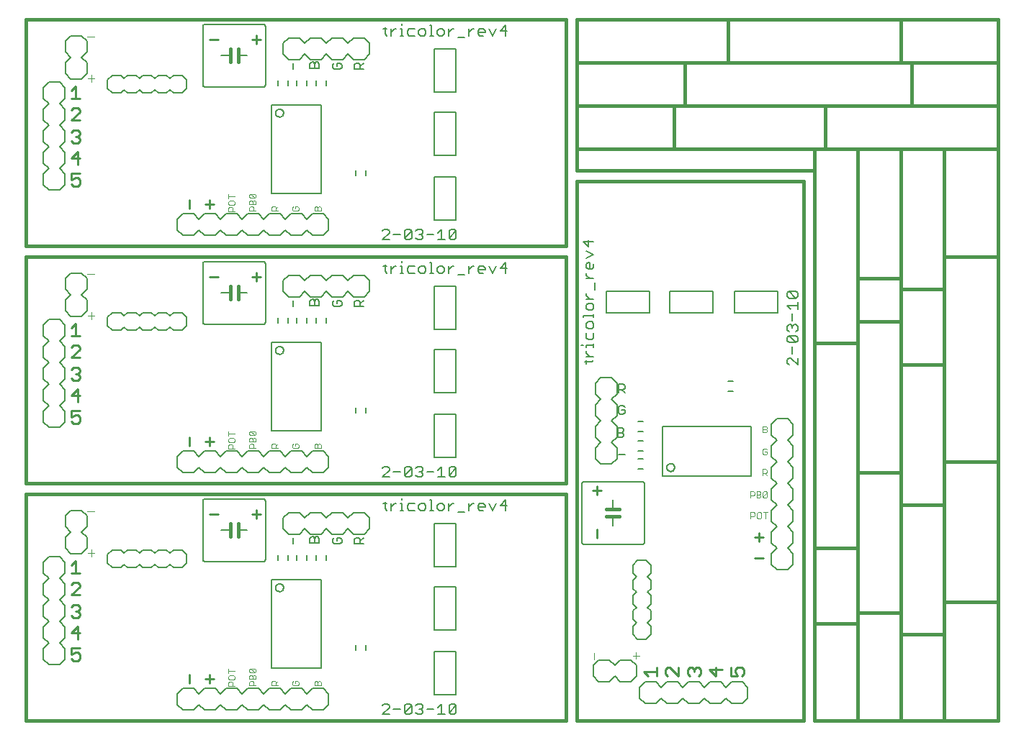
<source format=gto>
G75*
G70*
%OFA0B0*%
%FSLAX24Y24*%
%IPPOS*%
%LPD*%
%AMOC8*
5,1,8,0,0,1.08239X$1,22.5*
%
%ADD10C,0.0110*%
%ADD11C,0.0080*%
%ADD12C,0.0040*%
%ADD13C,0.0030*%
%ADD14C,0.0160*%
%ADD15C,0.0050*%
%ADD16C,0.0060*%
D10*
X002518Y003105D02*
X002419Y003204D01*
X002518Y003105D02*
X002715Y003105D01*
X002813Y003204D01*
X002813Y003400D01*
X002715Y003499D01*
X002616Y003499D01*
X002419Y003400D01*
X002419Y003696D01*
X002813Y003696D01*
X002715Y004105D02*
X002715Y004696D01*
X002419Y004400D01*
X002813Y004400D01*
X002715Y005105D02*
X002518Y005105D01*
X002419Y005204D01*
X002616Y005400D02*
X002715Y005400D01*
X002813Y005302D01*
X002813Y005204D01*
X002715Y005105D01*
X002715Y005400D02*
X002813Y005499D01*
X002813Y005597D01*
X002715Y005696D01*
X002518Y005696D01*
X002419Y005597D01*
X002419Y006155D02*
X002813Y006549D01*
X002813Y006647D01*
X002715Y006746D01*
X002518Y006746D01*
X002419Y006647D01*
X002419Y007155D02*
X002813Y007155D01*
X002616Y007155D02*
X002616Y007746D01*
X002419Y007549D01*
X002419Y006155D02*
X002813Y006155D01*
X007885Y002477D02*
X007885Y002083D01*
X008628Y002277D02*
X009022Y002277D01*
X008825Y002080D02*
X008825Y002474D01*
X008816Y009915D02*
X009210Y009915D01*
X010802Y009906D02*
X011196Y009906D01*
X010999Y010103D02*
X010999Y009709D01*
X008825Y013080D02*
X008825Y013474D01*
X008628Y013277D02*
X009022Y013277D01*
X007885Y013083D02*
X007885Y013477D01*
X002813Y014204D02*
X002715Y014105D01*
X002518Y014105D01*
X002419Y014204D01*
X002419Y014400D02*
X002616Y014499D01*
X002715Y014499D01*
X002813Y014400D01*
X002813Y014204D01*
X002419Y014400D02*
X002419Y014696D01*
X002813Y014696D01*
X002715Y015105D02*
X002715Y015696D01*
X002419Y015400D01*
X002813Y015400D01*
X002715Y016105D02*
X002518Y016105D01*
X002419Y016204D01*
X002616Y016400D02*
X002715Y016400D01*
X002813Y016302D01*
X002813Y016204D01*
X002715Y016105D01*
X002715Y016400D02*
X002813Y016499D01*
X002813Y016597D01*
X002715Y016696D01*
X002518Y016696D01*
X002419Y016597D01*
X002419Y017155D02*
X002813Y017549D01*
X002813Y017647D01*
X002715Y017746D01*
X002518Y017746D01*
X002419Y017647D01*
X002419Y018155D02*
X002813Y018155D01*
X002616Y018155D02*
X002616Y018746D01*
X002419Y018549D01*
X002419Y017155D02*
X002813Y017155D01*
X008816Y020915D02*
X009210Y020915D01*
X010802Y020906D02*
X011196Y020906D01*
X010999Y021103D02*
X010999Y020709D01*
X008825Y024080D02*
X008825Y024474D01*
X008628Y024277D02*
X009022Y024277D01*
X007885Y024083D02*
X007885Y024477D01*
X002813Y025204D02*
X002715Y025105D01*
X002518Y025105D01*
X002419Y025204D01*
X002419Y025400D02*
X002616Y025499D01*
X002715Y025499D01*
X002813Y025400D01*
X002813Y025204D01*
X002419Y025400D02*
X002419Y025696D01*
X002813Y025696D01*
X002715Y026105D02*
X002715Y026696D01*
X002419Y026400D01*
X002813Y026400D01*
X002715Y027105D02*
X002518Y027105D01*
X002419Y027204D01*
X002616Y027400D02*
X002715Y027400D01*
X002813Y027302D01*
X002813Y027204D01*
X002715Y027105D01*
X002715Y027400D02*
X002813Y027499D01*
X002813Y027597D01*
X002715Y027696D01*
X002518Y027696D01*
X002419Y027597D01*
X002419Y028155D02*
X002813Y028549D01*
X002813Y028647D01*
X002715Y028746D01*
X002518Y028746D01*
X002419Y028647D01*
X002419Y028155D02*
X002813Y028155D01*
X002813Y029155D02*
X002419Y029155D01*
X002616Y029155D02*
X002616Y029746D01*
X002419Y029549D01*
X008816Y031915D02*
X009210Y031915D01*
X010802Y031906D02*
X011196Y031906D01*
X010999Y032103D02*
X010999Y031709D01*
X026759Y011196D02*
X026759Y010802D01*
X026562Y010999D02*
X026956Y010999D01*
X026750Y009210D02*
X026750Y008816D01*
X034050Y008825D02*
X034444Y008825D01*
X034247Y008629D02*
X034247Y009022D01*
X034441Y007885D02*
X034047Y007885D01*
X033462Y002813D02*
X033560Y002715D01*
X033560Y002518D01*
X033462Y002419D01*
X033265Y002419D02*
X033166Y002616D01*
X033166Y002715D01*
X033265Y002813D01*
X033462Y002813D01*
X033265Y002419D02*
X032970Y002419D01*
X032970Y002813D01*
X032560Y002715D02*
X031970Y002715D01*
X032265Y002419D01*
X032265Y002813D01*
X031560Y002715D02*
X031560Y002518D01*
X031462Y002419D01*
X031265Y002616D02*
X031265Y002715D01*
X031363Y002813D01*
X031462Y002813D01*
X031560Y002715D01*
X031265Y002715D02*
X031166Y002813D01*
X031068Y002813D01*
X030970Y002715D01*
X030970Y002518D01*
X031068Y002419D01*
X030510Y002419D02*
X030510Y002813D01*
X030510Y002419D02*
X030116Y002813D01*
X030018Y002813D01*
X029920Y002715D01*
X029920Y002518D01*
X030018Y002419D01*
X029510Y002419D02*
X029510Y002813D01*
X029510Y002616D02*
X028920Y002616D01*
X029116Y002419D01*
D11*
X028983Y002133D02*
X028733Y001883D01*
X028733Y001383D01*
X028983Y001133D01*
X029483Y001133D01*
X029733Y001383D01*
X029983Y001133D01*
X030483Y001133D01*
X030733Y001383D01*
X030983Y001133D01*
X031483Y001133D01*
X031733Y001383D01*
X031983Y001133D01*
X032483Y001133D01*
X032733Y001383D01*
X032983Y001133D01*
X033483Y001133D01*
X033733Y001383D01*
X033733Y001883D01*
X033483Y002133D01*
X032983Y002133D01*
X032733Y001883D01*
X032483Y002133D01*
X031983Y002133D01*
X031733Y001883D01*
X031483Y002133D01*
X030983Y002133D01*
X030733Y001883D01*
X030483Y002133D01*
X029983Y002133D01*
X029733Y001883D01*
X029483Y002133D01*
X028983Y002133D01*
X028587Y002401D02*
X028587Y002901D01*
X028337Y003151D01*
X027837Y003151D01*
X027587Y002901D01*
X027337Y003151D01*
X026837Y003151D01*
X026587Y002901D01*
X026587Y002401D01*
X026837Y002151D01*
X027337Y002151D01*
X027587Y002401D01*
X027837Y002151D01*
X028337Y002151D01*
X028587Y002401D01*
X034833Y007583D02*
X035083Y007333D01*
X035583Y007333D01*
X035833Y007583D01*
X035833Y008083D01*
X035583Y008333D01*
X035833Y008583D01*
X035833Y009083D01*
X035583Y009333D01*
X035833Y009583D01*
X035833Y010083D01*
X035583Y010333D01*
X035833Y010583D01*
X035833Y011083D01*
X035583Y011333D01*
X035833Y011583D01*
X035833Y012083D01*
X035583Y012333D01*
X035833Y012583D01*
X035833Y013083D01*
X035583Y013333D01*
X035833Y013583D01*
X035833Y014083D01*
X035583Y014333D01*
X035083Y014333D01*
X034833Y014083D01*
X034833Y013583D01*
X035083Y013333D01*
X034833Y013083D01*
X034833Y012583D01*
X035083Y012333D01*
X034833Y012083D01*
X034833Y011583D01*
X035083Y011333D01*
X034833Y011083D01*
X034833Y010583D01*
X035083Y010333D01*
X034833Y010083D01*
X034833Y009583D01*
X035083Y009333D01*
X034833Y009083D01*
X034833Y008583D01*
X035083Y008333D01*
X034833Y008083D01*
X034833Y007583D01*
X028042Y012683D02*
X027762Y012683D01*
X027683Y012483D02*
X027433Y012233D01*
X026933Y012233D01*
X026683Y012483D01*
X026683Y012983D01*
X026933Y013233D01*
X026683Y013483D01*
X026683Y013983D01*
X026933Y014233D01*
X026683Y014483D01*
X026683Y014983D01*
X026933Y015233D01*
X026683Y015483D01*
X026683Y015983D01*
X026933Y016233D01*
X027433Y016233D01*
X027683Y015983D01*
X027683Y015483D01*
X027433Y015233D01*
X027683Y014983D01*
X027683Y014483D01*
X027433Y014233D01*
X027683Y013983D01*
X027683Y013483D01*
X027433Y013233D01*
X027683Y012983D01*
X027683Y012483D01*
X027712Y013473D02*
X027922Y013473D01*
X027992Y013543D01*
X027992Y013613D01*
X027922Y013683D01*
X027712Y013683D01*
X027712Y013473D02*
X027712Y013893D01*
X027922Y013893D01*
X027992Y013823D01*
X027992Y013753D01*
X027922Y013683D01*
X027972Y014523D02*
X028042Y014593D01*
X028042Y014733D01*
X027902Y014733D01*
X027762Y014873D02*
X027762Y014593D01*
X027832Y014523D01*
X027972Y014523D01*
X028042Y014873D02*
X027972Y014943D01*
X027832Y014943D01*
X027762Y014873D01*
X027762Y015523D02*
X027762Y015943D01*
X027972Y015943D01*
X028042Y015873D01*
X028042Y015733D01*
X027972Y015663D01*
X027762Y015663D01*
X027902Y015663D02*
X028042Y015523D01*
X026593Y017033D02*
X026513Y016953D01*
X026192Y016953D01*
X026272Y016873D02*
X026272Y017033D01*
X026272Y017216D02*
X026593Y017216D01*
X026432Y017216D02*
X026272Y017376D01*
X026272Y017457D01*
X026272Y017646D02*
X026272Y017726D01*
X026593Y017726D01*
X026593Y017646D02*
X026593Y017806D01*
X026513Y017990D02*
X026352Y017990D01*
X026272Y018070D01*
X026272Y018310D01*
X026352Y018505D02*
X026513Y018505D01*
X026593Y018585D01*
X026593Y018746D01*
X026513Y018826D01*
X026352Y018826D01*
X026272Y018746D01*
X026272Y018585D01*
X026352Y018505D01*
X026593Y018310D02*
X026593Y018070D01*
X026513Y017990D01*
X026112Y017726D02*
X026032Y017726D01*
X026112Y019021D02*
X026112Y019101D01*
X026593Y019101D01*
X026593Y019021D02*
X026593Y019181D01*
X026513Y019365D02*
X026593Y019445D01*
X026593Y019605D01*
X026513Y019685D01*
X026352Y019685D01*
X026272Y019605D01*
X026272Y019445D01*
X026352Y019365D01*
X026513Y019365D01*
X026593Y019880D02*
X026272Y019880D01*
X026432Y019880D02*
X026272Y020041D01*
X026272Y020121D01*
X026673Y020310D02*
X026673Y020630D01*
X026593Y020826D02*
X026272Y020826D01*
X026272Y020986D02*
X026272Y021066D01*
X026272Y020986D02*
X026432Y020826D01*
X026432Y021255D02*
X026432Y021576D01*
X026352Y021576D01*
X026272Y021496D01*
X026272Y021335D01*
X026352Y021255D01*
X026513Y021255D01*
X026593Y021335D01*
X026593Y021496D01*
X026272Y021771D02*
X026593Y021931D01*
X026272Y022091D01*
X026352Y022287D02*
X026352Y022607D01*
X026112Y022527D02*
X026352Y022287D01*
X026112Y022527D02*
X026593Y022527D01*
X022607Y021313D02*
X022287Y021313D01*
X022527Y021553D01*
X022527Y021073D01*
X022091Y021393D02*
X021931Y021073D01*
X021771Y021393D01*
X021576Y021313D02*
X021576Y021233D01*
X021255Y021233D01*
X021255Y021313D02*
X021335Y021393D01*
X021496Y021393D01*
X021576Y021313D01*
X021496Y021073D02*
X021335Y021073D01*
X021255Y021153D01*
X021255Y021313D01*
X021066Y021393D02*
X020986Y021393D01*
X020826Y021233D01*
X020826Y021073D02*
X020826Y021393D01*
X020630Y020993D02*
X020310Y020993D01*
X019880Y021073D02*
X019880Y021393D01*
X019880Y021233D02*
X020041Y021393D01*
X020121Y021393D01*
X019685Y021313D02*
X019685Y021153D01*
X019605Y021073D01*
X019445Y021073D01*
X019365Y021153D01*
X019365Y021313D01*
X019445Y021393D01*
X019605Y021393D01*
X019685Y021313D01*
X019181Y021073D02*
X019021Y021073D01*
X019101Y021073D02*
X019101Y021553D01*
X019021Y021553D01*
X018826Y021313D02*
X018746Y021393D01*
X018585Y021393D01*
X018505Y021313D01*
X018505Y021153D01*
X018585Y021073D01*
X018746Y021073D01*
X018826Y021153D01*
X018826Y021313D01*
X018310Y021393D02*
X018070Y021393D01*
X017990Y021313D01*
X017990Y021153D01*
X018070Y021073D01*
X018310Y021073D01*
X017806Y021073D02*
X017646Y021073D01*
X017726Y021073D02*
X017726Y021393D01*
X017646Y021393D01*
X017726Y021553D02*
X017726Y021633D01*
X017457Y021393D02*
X017376Y021393D01*
X017216Y021233D01*
X017216Y021073D02*
X017216Y021393D01*
X017033Y021393D02*
X016873Y021393D01*
X016953Y021473D02*
X016953Y021153D01*
X017033Y021073D01*
X016233Y020733D02*
X016233Y020233D01*
X015983Y019983D01*
X015483Y019983D01*
X015233Y020233D01*
X014983Y019983D01*
X014483Y019983D01*
X014233Y020233D01*
X013983Y019983D01*
X013483Y019983D01*
X013233Y020233D01*
X012983Y019983D01*
X012483Y019983D01*
X012233Y020233D01*
X012233Y020733D01*
X012483Y020983D01*
X012983Y020983D01*
X013233Y020733D01*
X013483Y020983D01*
X013983Y020983D01*
X014233Y020733D01*
X014483Y020983D01*
X014983Y020983D01*
X015233Y020733D01*
X015483Y020983D01*
X015983Y020983D01*
X016233Y020733D01*
X015943Y019803D02*
X015802Y019663D01*
X015802Y019733D02*
X015802Y019523D01*
X015943Y019523D02*
X015522Y019523D01*
X015522Y019733D01*
X015592Y019803D01*
X015732Y019803D01*
X015802Y019733D01*
X014943Y019733D02*
X014873Y019803D01*
X014732Y019803D01*
X014732Y019663D01*
X014592Y019803D02*
X014522Y019733D01*
X014522Y019593D01*
X014592Y019523D01*
X014873Y019523D01*
X014943Y019593D01*
X014943Y019733D01*
X013893Y019783D02*
X013893Y019573D01*
X013472Y019573D01*
X013472Y019783D01*
X013542Y019853D01*
X013612Y019853D01*
X013682Y019783D01*
X013682Y019573D01*
X013682Y019783D02*
X013752Y019853D01*
X013823Y019853D01*
X013893Y019783D01*
X012682Y019803D02*
X012682Y019523D01*
X016823Y022623D02*
X017143Y022943D01*
X017143Y023023D01*
X017063Y023103D01*
X016903Y023103D01*
X016823Y023023D01*
X016823Y022623D02*
X017143Y022623D01*
X017338Y022863D02*
X017658Y022863D01*
X017854Y022703D02*
X017854Y023023D01*
X017934Y023103D01*
X018094Y023103D01*
X018174Y023023D01*
X017854Y022703D01*
X017934Y022623D01*
X018094Y022623D01*
X018174Y022703D01*
X018174Y023023D01*
X018369Y023023D02*
X018450Y023103D01*
X018610Y023103D01*
X018690Y023023D01*
X018690Y022943D01*
X018610Y022863D01*
X018690Y022783D01*
X018690Y022703D01*
X018610Y022623D01*
X018450Y022623D01*
X018369Y022703D01*
X018530Y022863D02*
X018610Y022863D01*
X018885Y022863D02*
X019205Y022863D01*
X019401Y022943D02*
X019561Y023103D01*
X019561Y022623D01*
X019401Y022623D02*
X019721Y022623D01*
X019916Y022703D02*
X020237Y023023D01*
X020237Y022703D01*
X020157Y022623D01*
X019996Y022623D01*
X019916Y022703D01*
X019916Y023023D01*
X019996Y023103D01*
X020157Y023103D01*
X020237Y023023D01*
X014333Y023083D02*
X014333Y023583D01*
X014083Y023833D01*
X013583Y023833D01*
X013333Y023583D01*
X013083Y023833D01*
X012583Y023833D01*
X012333Y023583D01*
X012083Y023833D01*
X011583Y023833D01*
X011333Y023583D01*
X011083Y023833D01*
X010583Y023833D01*
X010333Y023583D01*
X010083Y023833D01*
X009583Y023833D01*
X009333Y023583D01*
X009083Y023833D01*
X008583Y023833D01*
X008333Y023583D01*
X008083Y023833D01*
X007583Y023833D01*
X007333Y023583D01*
X007333Y023083D01*
X007583Y022833D01*
X008083Y022833D01*
X008333Y023083D01*
X008583Y022833D01*
X009083Y022833D01*
X009333Y023083D01*
X009583Y022833D01*
X010083Y022833D01*
X010333Y023083D01*
X010583Y022833D01*
X011083Y022833D01*
X011333Y023083D01*
X011583Y022833D01*
X012083Y022833D01*
X012333Y023083D01*
X012583Y022833D01*
X013083Y022833D01*
X013333Y023083D01*
X013583Y022833D01*
X014083Y022833D01*
X014333Y023083D01*
X014592Y030523D02*
X014522Y030593D01*
X014522Y030733D01*
X014592Y030803D01*
X014732Y030803D02*
X014732Y030663D01*
X014732Y030803D02*
X014873Y030803D01*
X014943Y030733D01*
X014943Y030593D01*
X014873Y030523D01*
X014592Y030523D01*
X014483Y030983D02*
X014233Y031233D01*
X013983Y030983D01*
X013483Y030983D01*
X013233Y031233D01*
X012983Y030983D01*
X012483Y030983D01*
X012233Y031233D01*
X012233Y031733D01*
X012483Y031983D01*
X012983Y031983D01*
X013233Y031733D01*
X013483Y031983D01*
X013983Y031983D01*
X014233Y031733D01*
X014483Y031983D01*
X014983Y031983D01*
X015233Y031733D01*
X015483Y031983D01*
X015983Y031983D01*
X016233Y031733D01*
X016233Y031233D01*
X015983Y030983D01*
X015483Y030983D01*
X015233Y031233D01*
X014983Y030983D01*
X014483Y030983D01*
X013893Y030783D02*
X013893Y030573D01*
X013472Y030573D01*
X013472Y030783D01*
X013542Y030853D01*
X013612Y030853D01*
X013682Y030783D01*
X013682Y030573D01*
X013682Y030783D02*
X013752Y030853D01*
X013823Y030853D01*
X013893Y030783D01*
X012682Y030803D02*
X012682Y030523D01*
X015522Y030523D02*
X015522Y030733D01*
X015592Y030803D01*
X015732Y030803D01*
X015802Y030733D01*
X015802Y030523D01*
X015802Y030663D02*
X015943Y030803D01*
X015943Y030523D02*
X015522Y030523D01*
X017033Y032073D02*
X016953Y032153D01*
X016953Y032473D01*
X016873Y032393D02*
X017033Y032393D01*
X017216Y032393D02*
X017216Y032073D01*
X017216Y032233D02*
X017376Y032393D01*
X017457Y032393D01*
X017646Y032393D02*
X017726Y032393D01*
X017726Y032073D01*
X017646Y032073D02*
X017806Y032073D01*
X017990Y032153D02*
X018070Y032073D01*
X018310Y032073D01*
X018505Y032153D02*
X018585Y032073D01*
X018746Y032073D01*
X018826Y032153D01*
X018826Y032313D01*
X018746Y032393D01*
X018585Y032393D01*
X018505Y032313D01*
X018505Y032153D01*
X018310Y032393D02*
X018070Y032393D01*
X017990Y032313D01*
X017990Y032153D01*
X017726Y032553D02*
X017726Y032633D01*
X019021Y032553D02*
X019101Y032553D01*
X019101Y032073D01*
X019021Y032073D02*
X019181Y032073D01*
X019365Y032153D02*
X019445Y032073D01*
X019605Y032073D01*
X019685Y032153D01*
X019685Y032313D01*
X019605Y032393D01*
X019445Y032393D01*
X019365Y032313D01*
X019365Y032153D01*
X019880Y032233D02*
X020041Y032393D01*
X020121Y032393D01*
X019880Y032393D02*
X019880Y032073D01*
X020310Y031993D02*
X020630Y031993D01*
X020826Y032073D02*
X020826Y032393D01*
X020826Y032233D02*
X020986Y032393D01*
X021066Y032393D01*
X021255Y032313D02*
X021335Y032393D01*
X021496Y032393D01*
X021576Y032313D01*
X021576Y032233D01*
X021255Y032233D01*
X021255Y032153D02*
X021255Y032313D01*
X021255Y032153D02*
X021335Y032073D01*
X021496Y032073D01*
X021771Y032393D02*
X021931Y032073D01*
X022091Y032393D01*
X022287Y032313D02*
X022607Y032313D01*
X022527Y032073D02*
X022527Y032553D01*
X022287Y032313D01*
X035562Y020157D02*
X035642Y020237D01*
X035963Y019916D01*
X036043Y019996D01*
X036043Y020157D01*
X035963Y020237D01*
X035642Y020237D01*
X035562Y020157D02*
X035562Y019996D01*
X035642Y019916D01*
X035963Y019916D01*
X036043Y019721D02*
X036043Y019401D01*
X036043Y019561D02*
X035562Y019561D01*
X035722Y019401D01*
X035802Y019205D02*
X035802Y018885D01*
X035722Y018690D02*
X035802Y018610D01*
X035882Y018690D01*
X035963Y018690D01*
X036043Y018610D01*
X036043Y018450D01*
X035963Y018369D01*
X035963Y018174D02*
X035642Y018174D01*
X035963Y017854D01*
X036043Y017934D01*
X036043Y018094D01*
X035963Y018174D01*
X035963Y017854D02*
X035642Y017854D01*
X035562Y017934D01*
X035562Y018094D01*
X035642Y018174D01*
X035642Y018369D02*
X035562Y018450D01*
X035562Y018610D01*
X035642Y018690D01*
X035722Y018690D01*
X035802Y018610D02*
X035802Y018530D01*
X035802Y017658D02*
X035802Y017338D01*
X035722Y017143D02*
X035642Y017143D01*
X035562Y017063D01*
X035562Y016903D01*
X035642Y016823D01*
X035722Y017143D02*
X036043Y016823D01*
X036043Y017143D01*
X022527Y010553D02*
X022527Y010073D01*
X022607Y010313D02*
X022287Y010313D01*
X022527Y010553D01*
X022091Y010393D02*
X021931Y010073D01*
X021771Y010393D01*
X021576Y010313D02*
X021576Y010233D01*
X021255Y010233D01*
X021255Y010153D02*
X021255Y010313D01*
X021335Y010393D01*
X021496Y010393D01*
X021576Y010313D01*
X021496Y010073D02*
X021335Y010073D01*
X021255Y010153D01*
X021066Y010393D02*
X020986Y010393D01*
X020826Y010233D01*
X020826Y010073D02*
X020826Y010393D01*
X020630Y009993D02*
X020310Y009993D01*
X019880Y010073D02*
X019880Y010393D01*
X019880Y010233D02*
X020041Y010393D01*
X020121Y010393D01*
X019685Y010313D02*
X019685Y010153D01*
X019605Y010073D01*
X019445Y010073D01*
X019365Y010153D01*
X019365Y010313D01*
X019445Y010393D01*
X019605Y010393D01*
X019685Y010313D01*
X019181Y010073D02*
X019021Y010073D01*
X019101Y010073D02*
X019101Y010553D01*
X019021Y010553D01*
X018826Y010313D02*
X018746Y010393D01*
X018585Y010393D01*
X018505Y010313D01*
X018505Y010153D01*
X018585Y010073D01*
X018746Y010073D01*
X018826Y010153D01*
X018826Y010313D01*
X018310Y010393D02*
X018070Y010393D01*
X017990Y010313D01*
X017990Y010153D01*
X018070Y010073D01*
X018310Y010073D01*
X017806Y010073D02*
X017646Y010073D01*
X017726Y010073D02*
X017726Y010393D01*
X017646Y010393D01*
X017726Y010553D02*
X017726Y010633D01*
X017457Y010393D02*
X017376Y010393D01*
X017216Y010233D01*
X017216Y010073D02*
X017216Y010393D01*
X017033Y010393D02*
X016873Y010393D01*
X016953Y010473D02*
X016953Y010153D01*
X017033Y010073D01*
X016233Y009733D02*
X015983Y009983D01*
X015483Y009983D01*
X015233Y009733D01*
X014983Y009983D01*
X014483Y009983D01*
X014233Y009733D01*
X013983Y009983D01*
X013483Y009983D01*
X013233Y009733D01*
X012983Y009983D01*
X012483Y009983D01*
X012233Y009733D01*
X012233Y009233D01*
X012483Y008983D01*
X012983Y008983D01*
X013233Y009233D01*
X013483Y008983D01*
X013983Y008983D01*
X014233Y009233D01*
X014483Y008983D01*
X014983Y008983D01*
X015233Y009233D01*
X015483Y008983D01*
X015983Y008983D01*
X016233Y009233D01*
X016233Y009733D01*
X015943Y008803D02*
X015802Y008663D01*
X015802Y008733D02*
X015802Y008523D01*
X015943Y008523D02*
X015522Y008523D01*
X015522Y008733D01*
X015592Y008803D01*
X015732Y008803D01*
X015802Y008733D01*
X014943Y008733D02*
X014943Y008593D01*
X014873Y008523D01*
X014592Y008523D01*
X014522Y008593D01*
X014522Y008733D01*
X014592Y008803D01*
X014732Y008803D02*
X014732Y008663D01*
X014732Y008803D02*
X014873Y008803D01*
X014943Y008733D01*
X013893Y008783D02*
X013893Y008573D01*
X013472Y008573D01*
X013472Y008783D01*
X013542Y008853D01*
X013612Y008853D01*
X013682Y008783D01*
X013682Y008573D01*
X013682Y008783D02*
X013752Y008853D01*
X013823Y008853D01*
X013893Y008783D01*
X012682Y008803D02*
X012682Y008523D01*
X012583Y011833D02*
X012333Y012083D01*
X012083Y011833D01*
X011583Y011833D01*
X011333Y012083D01*
X011083Y011833D01*
X010583Y011833D01*
X010333Y012083D01*
X010083Y011833D01*
X009583Y011833D01*
X009333Y012083D01*
X009083Y011833D01*
X008583Y011833D01*
X008333Y012083D01*
X008083Y011833D01*
X007583Y011833D01*
X007333Y012083D01*
X007333Y012583D01*
X007583Y012833D01*
X008083Y012833D01*
X008333Y012583D01*
X008583Y012833D01*
X009083Y012833D01*
X009333Y012583D01*
X009583Y012833D01*
X010083Y012833D01*
X010333Y012583D01*
X010583Y012833D01*
X011083Y012833D01*
X011333Y012583D01*
X011583Y012833D01*
X012083Y012833D01*
X012333Y012583D01*
X012583Y012833D01*
X013083Y012833D01*
X013333Y012583D01*
X013583Y012833D01*
X014083Y012833D01*
X014333Y012583D01*
X014333Y012083D01*
X014083Y011833D01*
X013583Y011833D01*
X013333Y012083D01*
X013083Y011833D01*
X012583Y011833D01*
X016823Y012023D02*
X016903Y012103D01*
X017063Y012103D01*
X017143Y012023D01*
X017143Y011943D01*
X016823Y011623D01*
X017143Y011623D01*
X017338Y011863D02*
X017658Y011863D01*
X017854Y012023D02*
X017934Y012103D01*
X018094Y012103D01*
X018174Y012023D01*
X017854Y011703D01*
X017934Y011623D01*
X018094Y011623D01*
X018174Y011703D01*
X018174Y012023D01*
X018369Y012023D02*
X018450Y012103D01*
X018610Y012103D01*
X018690Y012023D01*
X018690Y011943D01*
X018610Y011863D01*
X018690Y011783D01*
X018690Y011703D01*
X018610Y011623D01*
X018450Y011623D01*
X018369Y011703D01*
X018530Y011863D02*
X018610Y011863D01*
X018885Y011863D02*
X019205Y011863D01*
X019401Y011943D02*
X019561Y012103D01*
X019561Y011623D01*
X019401Y011623D02*
X019721Y011623D01*
X019916Y011703D02*
X020237Y012023D01*
X020237Y011703D01*
X020157Y011623D01*
X019996Y011623D01*
X019916Y011703D01*
X019916Y012023D01*
X019996Y012103D01*
X020157Y012103D01*
X020237Y012023D01*
X017854Y012023D02*
X017854Y011703D01*
X014083Y001833D02*
X013583Y001833D01*
X013333Y001583D01*
X013083Y001833D01*
X012583Y001833D01*
X012333Y001583D01*
X012083Y001833D01*
X011583Y001833D01*
X011333Y001583D01*
X011083Y001833D01*
X010583Y001833D01*
X010333Y001583D01*
X010083Y001833D01*
X009583Y001833D01*
X009333Y001583D01*
X009083Y001833D01*
X008583Y001833D01*
X008333Y001583D01*
X008083Y001833D01*
X007583Y001833D01*
X007333Y001583D01*
X007333Y001083D01*
X007583Y000833D01*
X008083Y000833D01*
X008333Y001083D01*
X008583Y000833D01*
X009083Y000833D01*
X009333Y001083D01*
X009583Y000833D01*
X010083Y000833D01*
X010333Y001083D01*
X010583Y000833D01*
X011083Y000833D01*
X011333Y001083D01*
X011583Y000833D01*
X012083Y000833D01*
X012333Y001083D01*
X012583Y000833D01*
X013083Y000833D01*
X013333Y001083D01*
X013583Y000833D01*
X014083Y000833D01*
X014333Y001083D01*
X014333Y001583D01*
X014083Y001833D01*
X016823Y001023D02*
X016903Y001103D01*
X017063Y001103D01*
X017143Y001023D01*
X017143Y000943D01*
X016823Y000623D01*
X017143Y000623D01*
X017338Y000863D02*
X017658Y000863D01*
X017854Y001023D02*
X017934Y001103D01*
X018094Y001103D01*
X018174Y001023D01*
X017854Y000703D01*
X017934Y000623D01*
X018094Y000623D01*
X018174Y000703D01*
X018174Y001023D01*
X018369Y001023D02*
X018450Y001103D01*
X018610Y001103D01*
X018690Y001023D01*
X018690Y000943D01*
X018610Y000863D01*
X018690Y000783D01*
X018690Y000703D01*
X018610Y000623D01*
X018450Y000623D01*
X018369Y000703D01*
X018530Y000863D02*
X018610Y000863D01*
X018885Y000863D02*
X019205Y000863D01*
X019401Y000943D02*
X019561Y001103D01*
X019561Y000623D01*
X019401Y000623D02*
X019721Y000623D01*
X019916Y000703D02*
X019996Y000623D01*
X020157Y000623D01*
X020237Y000703D01*
X020237Y001023D01*
X019916Y000703D01*
X019916Y001023D01*
X019996Y001103D01*
X020157Y001103D01*
X020237Y001023D01*
X017854Y001023D02*
X017854Y000703D01*
X003151Y008329D02*
X002901Y008079D01*
X002401Y008079D01*
X002151Y008329D01*
X002151Y008829D01*
X002401Y009079D01*
X002151Y009329D01*
X002151Y009829D01*
X002401Y010079D01*
X002901Y010079D01*
X003151Y009829D01*
X003151Y009329D01*
X002901Y009079D01*
X003151Y008829D01*
X003151Y008329D01*
X002133Y007683D02*
X001883Y007933D01*
X001383Y007933D01*
X001133Y007683D01*
X001133Y007183D01*
X001383Y006933D01*
X001133Y006683D01*
X001133Y006183D01*
X001383Y005933D01*
X001133Y005683D01*
X001133Y005183D01*
X001383Y004933D01*
X001133Y004683D01*
X001133Y004183D01*
X001383Y003933D01*
X001133Y003683D01*
X001133Y003183D01*
X001383Y002933D01*
X001883Y002933D01*
X002133Y003183D01*
X002133Y003683D01*
X001883Y003933D01*
X002133Y004183D01*
X002133Y004683D01*
X001883Y004933D01*
X002133Y005183D01*
X002133Y005683D01*
X001883Y005933D01*
X002133Y006183D01*
X002133Y006683D01*
X001883Y006933D01*
X002133Y007183D01*
X002133Y007683D01*
X001883Y013933D02*
X001383Y013933D01*
X001133Y014183D01*
X001133Y014683D01*
X001383Y014933D01*
X001133Y015183D01*
X001133Y015683D01*
X001383Y015933D01*
X001133Y016183D01*
X001133Y016683D01*
X001383Y016933D01*
X001133Y017183D01*
X001133Y017683D01*
X001383Y017933D01*
X001133Y018183D01*
X001133Y018683D01*
X001383Y018933D01*
X001883Y018933D01*
X002133Y018683D01*
X002133Y018183D01*
X001883Y017933D01*
X002133Y017683D01*
X002133Y017183D01*
X001883Y016933D01*
X002133Y016683D01*
X002133Y016183D01*
X001883Y015933D01*
X002133Y015683D01*
X002133Y015183D01*
X001883Y014933D01*
X002133Y014683D01*
X002133Y014183D01*
X001883Y013933D01*
X002401Y019079D02*
X002901Y019079D01*
X003151Y019329D01*
X003151Y019829D01*
X002901Y020079D01*
X003151Y020329D01*
X003151Y020829D01*
X002901Y021079D01*
X002401Y021079D01*
X002151Y020829D01*
X002151Y020329D01*
X002401Y020079D01*
X002151Y019829D01*
X002151Y019329D01*
X002401Y019079D01*
X001883Y024933D02*
X001383Y024933D01*
X001133Y025183D01*
X001133Y025683D01*
X001383Y025933D01*
X001133Y026183D01*
X001133Y026683D01*
X001383Y026933D01*
X001133Y027183D01*
X001133Y027683D01*
X001383Y027933D01*
X001133Y028183D01*
X001133Y028683D01*
X001383Y028933D01*
X001133Y029183D01*
X001133Y029683D01*
X001383Y029933D01*
X001883Y029933D01*
X002133Y029683D01*
X002133Y029183D01*
X001883Y028933D01*
X002133Y028683D01*
X002133Y028183D01*
X001883Y027933D01*
X002133Y027683D01*
X002133Y027183D01*
X001883Y026933D01*
X002133Y026683D01*
X002133Y026183D01*
X001883Y025933D01*
X002133Y025683D01*
X002133Y025183D01*
X001883Y024933D01*
X002401Y030079D02*
X002901Y030079D01*
X003151Y030329D01*
X003151Y030829D01*
X002901Y031079D01*
X003151Y031329D01*
X003151Y031829D01*
X002901Y032079D01*
X002401Y032079D01*
X002151Y031829D01*
X002151Y031329D01*
X002401Y031079D01*
X002151Y030829D01*
X002151Y030329D01*
X002401Y030079D01*
D12*
X003194Y030099D02*
X003500Y030099D01*
X003347Y029946D02*
X003347Y030253D01*
X003480Y032052D02*
X003173Y032052D01*
X003173Y021052D02*
X003480Y021052D01*
X003347Y019253D02*
X003347Y018946D01*
X003194Y019099D02*
X003500Y019099D01*
X003480Y010052D02*
X003173Y010052D01*
X003347Y008253D02*
X003347Y007946D01*
X003194Y008099D02*
X003500Y008099D01*
X026613Y003480D02*
X026613Y003173D01*
X028412Y003347D02*
X028719Y003347D01*
X028566Y003194D02*
X028566Y003500D01*
D13*
X033869Y009699D02*
X033869Y009989D01*
X034014Y009989D01*
X034062Y009941D01*
X034062Y009844D01*
X034014Y009795D01*
X033869Y009795D01*
X034163Y009747D02*
X034163Y009941D01*
X034212Y009989D01*
X034308Y009989D01*
X034357Y009941D01*
X034357Y009747D01*
X034308Y009699D01*
X034212Y009699D01*
X034163Y009747D01*
X034458Y009989D02*
X034651Y009989D01*
X034555Y009989D02*
X034555Y009699D01*
X034582Y010671D02*
X034486Y010671D01*
X034437Y010719D01*
X034631Y010913D01*
X034631Y010719D01*
X034582Y010671D01*
X034437Y010719D02*
X034437Y010913D01*
X034486Y010961D01*
X034582Y010961D01*
X034631Y010913D01*
X034336Y010913D02*
X034336Y010864D01*
X034288Y010816D01*
X034143Y010816D01*
X034041Y010816D02*
X034041Y010913D01*
X033993Y010961D01*
X033848Y010961D01*
X033848Y010671D01*
X033848Y010767D02*
X033993Y010767D01*
X034041Y010816D01*
X034143Y010961D02*
X034288Y010961D01*
X034336Y010913D01*
X034288Y010816D02*
X034336Y010767D01*
X034336Y010719D01*
X034288Y010671D01*
X034143Y010671D01*
X034143Y010961D01*
X034417Y011705D02*
X034417Y011995D01*
X034562Y011995D01*
X034610Y011947D01*
X034610Y011850D01*
X034562Y011802D01*
X034417Y011802D01*
X034513Y011802D02*
X034610Y011705D01*
X034582Y012657D02*
X034631Y012705D01*
X034631Y012802D01*
X034534Y012802D01*
X034631Y012802D01*
X034631Y012705D01*
X034582Y012657D01*
X034486Y012657D01*
X034437Y012705D01*
X034437Y012898D01*
X034486Y012947D01*
X034582Y012947D01*
X034631Y012898D01*
X034582Y012947D01*
X034486Y012947D01*
X034437Y012898D01*
X034437Y012705D01*
X034486Y012657D01*
X034582Y012657D01*
X034582Y013691D02*
X034437Y013691D01*
X034437Y013981D01*
X034582Y013981D01*
X034631Y013933D01*
X034631Y013884D01*
X034582Y013836D01*
X034437Y013836D01*
X034582Y013836D02*
X034631Y013788D01*
X034631Y013739D01*
X034582Y013691D01*
X013981Y013108D02*
X013981Y012963D01*
X013691Y012963D01*
X013691Y013108D01*
X013739Y013157D01*
X013787Y013157D01*
X013836Y013108D01*
X013836Y012963D01*
X013836Y013108D02*
X013884Y013157D01*
X013932Y013157D01*
X013981Y013108D01*
X012947Y013108D02*
X012898Y013157D01*
X012801Y013157D01*
X012801Y013060D01*
X012801Y013157D01*
X012898Y013157D01*
X012947Y013108D01*
X012947Y013012D01*
X012898Y012963D01*
X012705Y012963D01*
X012656Y013012D01*
X012656Y013108D01*
X012705Y013157D01*
X012656Y013108D01*
X012656Y013012D01*
X012705Y012963D01*
X012898Y012963D01*
X012947Y013012D01*
X012947Y013108D01*
X011995Y013177D02*
X011898Y013081D01*
X011898Y013129D02*
X011898Y012984D01*
X011995Y012984D02*
X011705Y012984D01*
X011705Y013129D01*
X011753Y013177D01*
X011850Y013177D01*
X011898Y013129D01*
X010961Y013258D02*
X010961Y013403D01*
X010912Y013451D01*
X010864Y013451D01*
X010816Y013403D01*
X010816Y013258D01*
X010816Y013157D02*
X010864Y013108D01*
X010864Y012963D01*
X010961Y012963D02*
X010670Y012963D01*
X010670Y013108D01*
X010719Y013157D01*
X010816Y013157D01*
X010961Y013258D02*
X010670Y013258D01*
X010670Y013403D01*
X010719Y013451D01*
X010767Y013451D01*
X010816Y013403D01*
X010912Y013553D02*
X010719Y013746D01*
X010912Y013746D01*
X010961Y013698D01*
X010961Y013601D01*
X010912Y013553D01*
X010719Y013553D01*
X010670Y013601D01*
X010670Y013698D01*
X010719Y013746D01*
X009989Y013629D02*
X009698Y013629D01*
X009698Y013725D02*
X009698Y013532D01*
X009747Y013431D02*
X009698Y013382D01*
X009698Y013286D01*
X009747Y013237D01*
X009940Y013237D01*
X009989Y013286D01*
X009989Y013382D01*
X009940Y013431D01*
X009747Y013431D01*
X009747Y013136D02*
X009844Y013136D01*
X009892Y013088D01*
X009892Y012943D01*
X009989Y012943D02*
X009698Y012943D01*
X009698Y013088D01*
X009747Y013136D01*
X009698Y002725D02*
X009698Y002532D01*
X009698Y002629D02*
X009989Y002629D01*
X009940Y002431D02*
X009747Y002431D01*
X009698Y002382D01*
X009698Y002286D01*
X009747Y002237D01*
X009940Y002237D01*
X009989Y002286D01*
X009989Y002382D01*
X009940Y002431D01*
X009844Y002136D02*
X009892Y002088D01*
X009892Y001943D01*
X009989Y001943D02*
X009698Y001943D01*
X009698Y002088D01*
X009747Y002136D01*
X009844Y002136D01*
X010670Y002108D02*
X010670Y001963D01*
X010961Y001963D01*
X010864Y001963D02*
X010864Y002108D01*
X010816Y002157D01*
X010719Y002157D01*
X010670Y002108D01*
X010670Y002258D02*
X010670Y002403D01*
X010719Y002451D01*
X010767Y002451D01*
X010816Y002403D01*
X010816Y002258D01*
X010961Y002258D02*
X010670Y002258D01*
X010816Y002403D02*
X010864Y002451D01*
X010912Y002451D01*
X010961Y002403D01*
X010961Y002258D01*
X010912Y002553D02*
X010719Y002746D01*
X010912Y002746D01*
X010961Y002698D01*
X010961Y002601D01*
X010912Y002553D01*
X010719Y002553D01*
X010670Y002601D01*
X010670Y002698D01*
X010719Y002746D01*
X011705Y002129D02*
X011753Y002177D01*
X011850Y002177D01*
X011898Y002129D01*
X011898Y001984D01*
X011898Y002081D02*
X011995Y002177D01*
X011995Y001984D02*
X011705Y001984D01*
X011705Y002129D01*
X012656Y002108D02*
X012656Y002012D01*
X012705Y001963D01*
X012898Y001963D01*
X012947Y002012D01*
X012947Y002108D01*
X012898Y002157D01*
X012801Y002157D01*
X012801Y002060D01*
X012801Y002157D01*
X012898Y002157D01*
X012947Y002108D01*
X012947Y002012D01*
X012898Y001963D01*
X012705Y001963D01*
X012656Y002012D01*
X012656Y002108D01*
X012705Y002157D01*
X012656Y002108D01*
X013691Y002108D02*
X013691Y001963D01*
X013981Y001963D01*
X013981Y002108D01*
X013932Y002157D01*
X013884Y002157D01*
X013836Y002108D01*
X013836Y001963D01*
X013836Y002108D02*
X013787Y002157D01*
X013739Y002157D01*
X013691Y002108D01*
X013691Y023963D02*
X013691Y024108D01*
X013739Y024157D01*
X013787Y024157D01*
X013836Y024108D01*
X013836Y023963D01*
X013981Y023963D02*
X013981Y024108D01*
X013932Y024157D01*
X013884Y024157D01*
X013836Y024108D01*
X013981Y023963D02*
X013691Y023963D01*
X012947Y024012D02*
X012947Y024108D01*
X012898Y024157D01*
X012801Y024157D01*
X012801Y024060D01*
X012801Y024157D01*
X012898Y024157D01*
X012947Y024108D01*
X012947Y024012D01*
X012898Y023963D01*
X012705Y023963D01*
X012656Y024012D01*
X012656Y024108D01*
X012705Y024157D01*
X012656Y024108D01*
X012656Y024012D01*
X012705Y023963D01*
X012898Y023963D01*
X012947Y024012D01*
X011995Y023984D02*
X011705Y023984D01*
X011705Y024129D01*
X011753Y024177D01*
X011850Y024177D01*
X011898Y024129D01*
X011898Y023984D01*
X011898Y024081D02*
X011995Y024177D01*
X010961Y024258D02*
X010961Y024403D01*
X010912Y024451D01*
X010864Y024451D01*
X010816Y024403D01*
X010816Y024258D01*
X010816Y024157D02*
X010864Y024108D01*
X010864Y023963D01*
X010961Y023963D02*
X010670Y023963D01*
X010670Y024108D01*
X010719Y024157D01*
X010816Y024157D01*
X010961Y024258D02*
X010670Y024258D01*
X010670Y024403D01*
X010719Y024451D01*
X010767Y024451D01*
X010816Y024403D01*
X010912Y024553D02*
X010719Y024746D01*
X010912Y024746D01*
X010961Y024698D01*
X010961Y024601D01*
X010912Y024553D01*
X010719Y024553D01*
X010670Y024601D01*
X010670Y024698D01*
X010719Y024746D01*
X009989Y024629D02*
X009698Y024629D01*
X009698Y024725D02*
X009698Y024532D01*
X009747Y024431D02*
X009698Y024382D01*
X009698Y024286D01*
X009747Y024237D01*
X009940Y024237D01*
X009989Y024286D01*
X009989Y024382D01*
X009940Y024431D01*
X009747Y024431D01*
X009747Y024136D02*
X009844Y024136D01*
X009892Y024088D01*
X009892Y023943D01*
X009989Y023943D02*
X009698Y023943D01*
X009698Y024088D01*
X009747Y024136D01*
D14*
X000333Y010833D02*
X000333Y000333D01*
X025333Y000333D01*
X025333Y010833D01*
X000333Y010833D01*
X000333Y011333D02*
X025333Y011333D01*
X025333Y021833D01*
X000333Y021833D01*
X000333Y011333D01*
X009791Y009463D02*
X009791Y009163D01*
X009791Y008863D01*
X010141Y008863D02*
X010141Y009163D01*
X010141Y009463D01*
X010141Y019863D02*
X010141Y020163D01*
X010141Y020463D01*
X009791Y020463D02*
X009791Y020163D01*
X009791Y019863D01*
X000333Y022333D02*
X000333Y032833D01*
X025333Y032833D01*
X025333Y022333D01*
X000333Y022333D01*
X009791Y030863D02*
X009791Y031163D01*
X009791Y031463D01*
X010141Y031463D02*
X010141Y031163D01*
X010141Y030863D01*
X025833Y030833D02*
X025833Y032833D01*
X032833Y032833D01*
X032833Y030833D01*
X040833Y030833D01*
X041333Y030833D01*
X041333Y028833D01*
X045333Y028833D01*
X045333Y028333D01*
X045333Y026833D01*
X042833Y026833D01*
X042833Y021833D01*
X045333Y021833D01*
X045333Y012333D01*
X042833Y012333D01*
X042833Y016833D01*
X040833Y016833D01*
X040833Y011833D01*
X038833Y011833D01*
X038833Y017833D01*
X036833Y017833D01*
X036833Y025833D01*
X036833Y026833D01*
X038833Y026833D01*
X038833Y020833D01*
X040833Y020833D01*
X040833Y020333D01*
X042833Y020333D01*
X042833Y021833D01*
X042833Y020333D02*
X042833Y016833D01*
X040833Y016833D02*
X040833Y018833D01*
X038833Y018833D01*
X038833Y020833D01*
X040833Y020833D02*
X040833Y026833D01*
X042833Y026833D01*
X040833Y026833D02*
X038833Y026833D01*
X037333Y026833D01*
X037333Y028833D01*
X041333Y028833D01*
X041333Y030833D02*
X045333Y030833D01*
X045333Y028333D01*
X045333Y026833D02*
X045333Y021833D01*
X040833Y020333D02*
X040833Y018833D01*
X038833Y018833D02*
X038833Y017833D01*
X036833Y017833D02*
X036833Y008333D01*
X038833Y008333D01*
X038833Y011833D01*
X040833Y011833D02*
X040833Y010333D01*
X042833Y010333D01*
X042833Y012333D01*
X045333Y012333D02*
X045333Y005833D01*
X042833Y005833D01*
X042833Y010333D01*
X040833Y010333D02*
X040833Y005333D01*
X038833Y005333D01*
X038833Y008333D01*
X036833Y008333D02*
X036833Y004833D01*
X038833Y004833D01*
X038833Y005333D01*
X038833Y004833D02*
X038833Y000333D01*
X036833Y000333D01*
X036833Y004833D01*
X040833Y005333D02*
X040833Y004333D01*
X042833Y004333D01*
X042833Y005833D01*
X042833Y004333D02*
X042833Y000333D01*
X040833Y000333D01*
X040833Y004333D01*
X045333Y005833D02*
X045333Y000333D01*
X042833Y000333D01*
X040833Y000333D02*
X038833Y000333D01*
X036333Y000333D02*
X025833Y000333D01*
X025833Y025333D01*
X036333Y025333D01*
X036333Y000333D01*
X026333Y000333D02*
X025833Y000333D01*
X027202Y009791D02*
X027502Y009791D01*
X027802Y009791D01*
X027802Y010141D02*
X027502Y010141D01*
X027202Y010141D01*
X025833Y025833D02*
X025833Y026833D01*
X030333Y026833D01*
X030333Y028833D01*
X030833Y028833D01*
X030833Y030833D01*
X032833Y030833D01*
X030833Y030833D02*
X025833Y030833D01*
X025833Y028833D01*
X030333Y028833D01*
X030833Y028833D02*
X037333Y028833D01*
X037333Y026833D02*
X030333Y026833D01*
X025833Y026833D02*
X025833Y028833D01*
X025833Y025833D02*
X036833Y025833D01*
X040833Y030833D02*
X040833Y032833D01*
X045333Y032833D01*
X045333Y030833D01*
X040833Y032833D02*
X032833Y032833D01*
D15*
X020233Y031483D02*
X020233Y029483D01*
X019233Y029483D01*
X019233Y031483D01*
X020233Y031483D01*
X020233Y028533D02*
X019233Y028533D01*
X019233Y026533D01*
X020233Y026533D01*
X020233Y028533D01*
X020233Y025533D02*
X019233Y025533D01*
X019233Y023533D01*
X020233Y023533D01*
X020233Y025533D01*
X020233Y020483D02*
X019233Y020483D01*
X019233Y018483D01*
X020233Y018483D01*
X020233Y020483D01*
X020233Y017533D02*
X019233Y017533D01*
X019233Y015533D01*
X020233Y015533D01*
X020233Y017533D01*
X020233Y014533D02*
X019233Y014533D01*
X019233Y012533D01*
X020233Y012533D01*
X020233Y014533D01*
X020233Y009483D02*
X019233Y009483D01*
X019233Y007483D01*
X020233Y007483D01*
X020233Y009483D01*
X020233Y006533D02*
X019233Y006533D01*
X019233Y004533D01*
X020233Y004533D01*
X020233Y006533D01*
X020233Y003533D02*
X019233Y003533D01*
X019233Y001533D01*
X020233Y001533D01*
X020233Y003533D01*
X028419Y004320D02*
X028635Y004103D01*
X029029Y004103D01*
X029246Y004320D01*
X029246Y004713D01*
X029088Y004871D01*
X029246Y005028D01*
X029246Y005422D01*
X029088Y005579D01*
X029246Y005737D01*
X029246Y006131D01*
X029088Y006288D01*
X029246Y006446D01*
X029246Y006839D01*
X029088Y006997D01*
X029246Y007154D01*
X029246Y007548D01*
X029029Y007764D01*
X028635Y007764D01*
X028419Y007548D01*
X028419Y007154D01*
X028576Y006997D01*
X028419Y006839D01*
X028419Y006446D01*
X028576Y006288D01*
X028419Y006131D01*
X028419Y005737D01*
X028576Y005579D01*
X028419Y005422D01*
X028419Y005028D01*
X028576Y004871D01*
X028419Y004713D01*
X028419Y004320D01*
X029183Y019233D02*
X027183Y019233D01*
X027183Y020233D01*
X029183Y020233D01*
X029183Y019233D01*
X030133Y019233D02*
X030133Y020233D01*
X032133Y020233D01*
X032133Y019233D01*
X030133Y019233D01*
X033133Y019233D02*
X033133Y020233D01*
X035133Y020233D01*
X035133Y019233D01*
X033133Y019233D01*
X007764Y019030D02*
X007764Y018636D01*
X007548Y018420D01*
X007154Y018420D01*
X006997Y018577D01*
X006839Y018420D01*
X006446Y018420D01*
X006288Y018577D01*
X006131Y018420D01*
X005737Y018420D01*
X005579Y018577D01*
X005422Y018420D01*
X005028Y018420D01*
X004871Y018577D01*
X004713Y018420D01*
X004320Y018420D01*
X004103Y018636D01*
X004103Y019030D01*
X004320Y019246D01*
X004713Y019246D01*
X004871Y019089D01*
X005028Y019246D01*
X005422Y019246D01*
X005579Y019089D01*
X005737Y019246D01*
X006131Y019246D01*
X006288Y019089D01*
X006446Y019246D01*
X006839Y019246D01*
X006997Y019089D01*
X007154Y019246D01*
X007548Y019246D01*
X007764Y019030D01*
X007548Y029420D02*
X007154Y029420D01*
X006997Y029577D01*
X006839Y029420D01*
X006446Y029420D01*
X006288Y029577D01*
X006131Y029420D01*
X005737Y029420D01*
X005579Y029577D01*
X005422Y029420D01*
X005028Y029420D01*
X004871Y029577D01*
X004713Y029420D01*
X004320Y029420D01*
X004103Y029636D01*
X004103Y030030D01*
X004320Y030246D01*
X004713Y030246D01*
X004871Y030089D01*
X005028Y030246D01*
X005422Y030246D01*
X005579Y030089D01*
X005737Y030246D01*
X006131Y030246D01*
X006288Y030089D01*
X006446Y030246D01*
X006839Y030246D01*
X006997Y030089D01*
X007154Y030246D01*
X007548Y030246D01*
X007764Y030030D01*
X007764Y029636D01*
X007548Y029420D01*
X007548Y008246D02*
X007154Y008246D01*
X006997Y008089D01*
X006839Y008246D01*
X006446Y008246D01*
X006288Y008089D01*
X006131Y008246D01*
X005737Y008246D01*
X005579Y008089D01*
X005422Y008246D01*
X005028Y008246D01*
X004871Y008089D01*
X004713Y008246D01*
X004320Y008246D01*
X004103Y008030D01*
X004103Y007636D01*
X004320Y007420D01*
X004713Y007420D01*
X004871Y007577D01*
X005028Y007420D01*
X005422Y007420D01*
X005579Y007577D01*
X005737Y007420D01*
X006131Y007420D01*
X006288Y007577D01*
X006446Y007420D01*
X006839Y007420D01*
X006997Y007577D01*
X007154Y007420D01*
X007548Y007420D01*
X007764Y007636D01*
X007764Y008030D01*
X007548Y008246D01*
D16*
X008511Y007813D02*
X008511Y010513D01*
X008513Y010530D01*
X008517Y010547D01*
X008524Y010563D01*
X008534Y010577D01*
X008547Y010590D01*
X008561Y010600D01*
X008577Y010607D01*
X008594Y010611D01*
X008611Y010613D01*
X011311Y010613D01*
X011328Y010611D01*
X011345Y010607D01*
X011361Y010600D01*
X011375Y010590D01*
X011388Y010577D01*
X011398Y010563D01*
X011405Y010547D01*
X011409Y010530D01*
X011411Y010513D01*
X011411Y007813D01*
X011409Y007796D01*
X011405Y007779D01*
X011398Y007763D01*
X011388Y007749D01*
X011375Y007736D01*
X011361Y007726D01*
X011345Y007719D01*
X011328Y007715D01*
X011311Y007713D01*
X008611Y007713D01*
X008594Y007715D01*
X008577Y007719D01*
X008561Y007726D01*
X008547Y007736D01*
X008534Y007749D01*
X008524Y007763D01*
X008517Y007779D01*
X008513Y007796D01*
X008511Y007813D01*
X009361Y009163D02*
X009791Y009163D01*
X010141Y009163D02*
X010561Y009163D01*
X011996Y008001D02*
X011996Y007764D01*
X012469Y007764D02*
X012469Y008001D01*
X012846Y008001D02*
X012846Y007764D01*
X013319Y007764D02*
X013319Y008001D01*
X013746Y008001D02*
X013746Y007764D01*
X014219Y007764D02*
X014219Y008001D01*
X013984Y006880D02*
X011681Y006880D01*
X011681Y002785D01*
X013984Y002785D01*
X013984Y006880D01*
X011884Y006496D02*
X011886Y006522D01*
X011892Y006548D01*
X011901Y006573D01*
X011914Y006596D01*
X011930Y006617D01*
X011949Y006635D01*
X011971Y006651D01*
X011994Y006663D01*
X012019Y006671D01*
X012045Y006676D01*
X012072Y006677D01*
X012098Y006674D01*
X012123Y006667D01*
X012148Y006657D01*
X012170Y006643D01*
X012191Y006626D01*
X012208Y006607D01*
X012223Y006585D01*
X012234Y006561D01*
X012242Y006535D01*
X012246Y006509D01*
X012246Y006483D01*
X012242Y006457D01*
X012234Y006431D01*
X012223Y006407D01*
X012208Y006385D01*
X012191Y006366D01*
X012170Y006349D01*
X012148Y006335D01*
X012123Y006325D01*
X012098Y006318D01*
X012072Y006315D01*
X012045Y006316D01*
X012019Y006321D01*
X011994Y006329D01*
X011971Y006341D01*
X011949Y006357D01*
X011930Y006375D01*
X011914Y006396D01*
X011901Y006419D01*
X011892Y006444D01*
X011886Y006470D01*
X011884Y006496D01*
X015596Y003851D02*
X015596Y003614D01*
X016069Y003614D02*
X016069Y003851D01*
X026052Y008611D02*
X026052Y011311D01*
X026054Y011328D01*
X026058Y011345D01*
X026065Y011361D01*
X026075Y011375D01*
X026088Y011388D01*
X026102Y011398D01*
X026118Y011405D01*
X026135Y011409D01*
X026152Y011411D01*
X028852Y011411D01*
X028869Y011409D01*
X028886Y011405D01*
X028902Y011398D01*
X028916Y011388D01*
X028929Y011375D01*
X028939Y011361D01*
X028946Y011345D01*
X028950Y011328D01*
X028952Y011311D01*
X028952Y008611D01*
X028950Y008594D01*
X028946Y008577D01*
X028939Y008561D01*
X028929Y008547D01*
X028916Y008534D01*
X028902Y008524D01*
X028886Y008517D01*
X028869Y008513D01*
X028852Y008511D01*
X026152Y008511D01*
X026135Y008513D01*
X026118Y008517D01*
X026102Y008524D01*
X026088Y008534D01*
X026075Y008547D01*
X026065Y008561D01*
X026058Y008577D01*
X026054Y008594D01*
X026052Y008611D01*
X027502Y009361D02*
X027502Y009791D01*
X027502Y010141D02*
X027502Y010561D01*
X028664Y011996D02*
X028901Y011996D01*
X028901Y012469D02*
X028664Y012469D01*
X028664Y012846D02*
X028901Y012846D01*
X028901Y013319D02*
X028664Y013319D01*
X028664Y013746D02*
X028901Y013746D01*
X028901Y014219D02*
X028664Y014219D01*
X029785Y013984D02*
X029785Y011681D01*
X033880Y011681D01*
X033880Y013984D01*
X029785Y013984D01*
X029988Y012065D02*
X029990Y012091D01*
X029996Y012117D01*
X030005Y012142D01*
X030018Y012165D01*
X030034Y012186D01*
X030053Y012204D01*
X030075Y012220D01*
X030098Y012232D01*
X030123Y012240D01*
X030149Y012245D01*
X030176Y012246D01*
X030202Y012243D01*
X030227Y012236D01*
X030252Y012226D01*
X030274Y012212D01*
X030295Y012195D01*
X030312Y012176D01*
X030327Y012154D01*
X030338Y012130D01*
X030346Y012104D01*
X030350Y012078D01*
X030350Y012052D01*
X030346Y012026D01*
X030338Y012000D01*
X030327Y011976D01*
X030312Y011954D01*
X030295Y011935D01*
X030274Y011918D01*
X030252Y011904D01*
X030227Y011894D01*
X030202Y011887D01*
X030176Y011884D01*
X030149Y011885D01*
X030123Y011890D01*
X030098Y011898D01*
X030075Y011910D01*
X030053Y011926D01*
X030034Y011944D01*
X030018Y011965D01*
X030005Y011988D01*
X029996Y012013D01*
X029990Y012039D01*
X029988Y012065D01*
X032814Y015596D02*
X033051Y015596D01*
X033051Y016069D02*
X032814Y016069D01*
X016069Y014851D02*
X016069Y014614D01*
X015596Y014614D02*
X015596Y014851D01*
X013984Y013785D02*
X011681Y013785D01*
X011681Y017880D01*
X013984Y017880D01*
X013984Y013785D01*
X011884Y017496D02*
X011886Y017522D01*
X011892Y017548D01*
X011901Y017573D01*
X011914Y017596D01*
X011930Y017617D01*
X011949Y017635D01*
X011971Y017651D01*
X011994Y017663D01*
X012019Y017671D01*
X012045Y017676D01*
X012072Y017677D01*
X012098Y017674D01*
X012123Y017667D01*
X012148Y017657D01*
X012170Y017643D01*
X012191Y017626D01*
X012208Y017607D01*
X012223Y017585D01*
X012234Y017561D01*
X012242Y017535D01*
X012246Y017509D01*
X012246Y017483D01*
X012242Y017457D01*
X012234Y017431D01*
X012223Y017407D01*
X012208Y017385D01*
X012191Y017366D01*
X012170Y017349D01*
X012148Y017335D01*
X012123Y017325D01*
X012098Y017318D01*
X012072Y017315D01*
X012045Y017316D01*
X012019Y017321D01*
X011994Y017329D01*
X011971Y017341D01*
X011949Y017357D01*
X011930Y017375D01*
X011914Y017396D01*
X011901Y017419D01*
X011892Y017444D01*
X011886Y017470D01*
X011884Y017496D01*
X011996Y018764D02*
X011996Y019001D01*
X012469Y019001D02*
X012469Y018764D01*
X012846Y018764D02*
X012846Y019001D01*
X013319Y019001D02*
X013319Y018764D01*
X013746Y018764D02*
X013746Y019001D01*
X014219Y019001D02*
X014219Y018764D01*
X011411Y018813D02*
X011411Y021513D01*
X011409Y021530D01*
X011405Y021547D01*
X011398Y021563D01*
X011388Y021577D01*
X011375Y021590D01*
X011361Y021600D01*
X011345Y021607D01*
X011328Y021611D01*
X011311Y021613D01*
X008611Y021613D01*
X008594Y021611D01*
X008577Y021607D01*
X008561Y021600D01*
X008547Y021590D01*
X008534Y021577D01*
X008524Y021563D01*
X008517Y021547D01*
X008513Y021530D01*
X008511Y021513D01*
X008511Y018813D01*
X008513Y018796D01*
X008517Y018779D01*
X008524Y018763D01*
X008534Y018749D01*
X008547Y018736D01*
X008561Y018726D01*
X008577Y018719D01*
X008594Y018715D01*
X008611Y018713D01*
X011311Y018713D01*
X011328Y018715D01*
X011345Y018719D01*
X011361Y018726D01*
X011375Y018736D01*
X011388Y018749D01*
X011398Y018763D01*
X011405Y018779D01*
X011409Y018796D01*
X011411Y018813D01*
X010561Y020163D02*
X010141Y020163D01*
X009791Y020163D02*
X009361Y020163D01*
X011681Y024785D02*
X011681Y028880D01*
X013984Y028880D01*
X013984Y024785D01*
X011681Y024785D01*
X015596Y025614D02*
X015596Y025851D01*
X016069Y025851D02*
X016069Y025614D01*
X011884Y028496D02*
X011886Y028522D01*
X011892Y028548D01*
X011901Y028573D01*
X011914Y028596D01*
X011930Y028617D01*
X011949Y028635D01*
X011971Y028651D01*
X011994Y028663D01*
X012019Y028671D01*
X012045Y028676D01*
X012072Y028677D01*
X012098Y028674D01*
X012123Y028667D01*
X012148Y028657D01*
X012170Y028643D01*
X012191Y028626D01*
X012208Y028607D01*
X012223Y028585D01*
X012234Y028561D01*
X012242Y028535D01*
X012246Y028509D01*
X012246Y028483D01*
X012242Y028457D01*
X012234Y028431D01*
X012223Y028407D01*
X012208Y028385D01*
X012191Y028366D01*
X012170Y028349D01*
X012148Y028335D01*
X012123Y028325D01*
X012098Y028318D01*
X012072Y028315D01*
X012045Y028316D01*
X012019Y028321D01*
X011994Y028329D01*
X011971Y028341D01*
X011949Y028357D01*
X011930Y028375D01*
X011914Y028396D01*
X011901Y028419D01*
X011892Y028444D01*
X011886Y028470D01*
X011884Y028496D01*
X011311Y029713D02*
X008611Y029713D01*
X008594Y029715D01*
X008577Y029719D01*
X008561Y029726D01*
X008547Y029736D01*
X008534Y029749D01*
X008524Y029763D01*
X008517Y029779D01*
X008513Y029796D01*
X008511Y029813D01*
X008511Y032513D01*
X008513Y032530D01*
X008517Y032547D01*
X008524Y032563D01*
X008534Y032577D01*
X008547Y032590D01*
X008561Y032600D01*
X008577Y032607D01*
X008594Y032611D01*
X008611Y032613D01*
X011311Y032613D01*
X011328Y032611D01*
X011345Y032607D01*
X011361Y032600D01*
X011375Y032590D01*
X011388Y032577D01*
X011398Y032563D01*
X011405Y032547D01*
X011409Y032530D01*
X011411Y032513D01*
X011411Y029813D01*
X011409Y029796D01*
X011405Y029779D01*
X011398Y029763D01*
X011388Y029749D01*
X011375Y029736D01*
X011361Y029726D01*
X011345Y029719D01*
X011328Y029715D01*
X011311Y029713D01*
X011996Y029764D02*
X011996Y030001D01*
X012469Y030001D02*
X012469Y029764D01*
X012846Y029764D02*
X012846Y030001D01*
X013319Y030001D02*
X013319Y029764D01*
X013746Y029764D02*
X013746Y030001D01*
X014219Y030001D02*
X014219Y029764D01*
X010561Y031163D02*
X010141Y031163D01*
X009791Y031163D02*
X009361Y031163D01*
M02*

</source>
